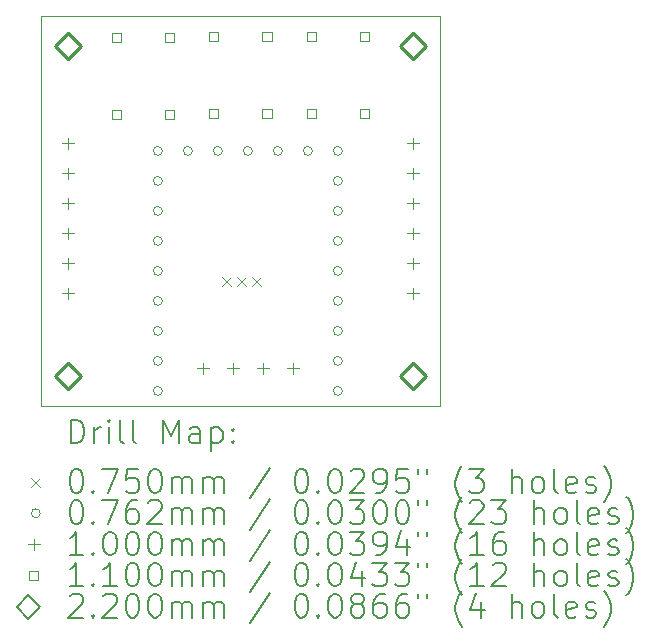
<source format=gbr>
%TF.GenerationSoftware,KiCad,Pcbnew,(6.0.7)*%
%TF.CreationDate,2022-09-06T06:54:47-05:00*%
%TF.ProjectId,OpenMuscle2,4f70656e-4d75-4736-936c-65322e6b6963,rev?*%
%TF.SameCoordinates,Original*%
%TF.FileFunction,Drillmap*%
%TF.FilePolarity,Positive*%
%FSLAX45Y45*%
G04 Gerber Fmt 4.5, Leading zero omitted, Abs format (unit mm)*
G04 Created by KiCad (PCBNEW (6.0.7)) date 2022-09-06 06:54:47*
%MOMM*%
%LPD*%
G01*
G04 APERTURE LIST*
%ADD10C,0.100000*%
%ADD11C,0.200000*%
%ADD12C,0.075000*%
%ADD13C,0.076200*%
%ADD14C,0.110000*%
%ADD15C,0.220000*%
G04 APERTURE END LIST*
D10*
X20675600Y-10541000D02*
X17297400Y-10541000D01*
X17297400Y-7239000D01*
X20675600Y-7239000D01*
X20675600Y-10541000D01*
D11*
D12*
X18834700Y-9447300D02*
X18909700Y-9522300D01*
X18909700Y-9447300D02*
X18834700Y-9522300D01*
X18961700Y-9447300D02*
X19036700Y-9522300D01*
X19036700Y-9447300D02*
X18961700Y-9522300D01*
X19088700Y-9447300D02*
X19163700Y-9522300D01*
X19163700Y-9447300D02*
X19088700Y-9522300D01*
D13*
X18326100Y-8382000D02*
G75*
G03*
X18326100Y-8382000I-38100J0D01*
G01*
X18326100Y-8636000D02*
G75*
G03*
X18326100Y-8636000I-38100J0D01*
G01*
X18326100Y-8890000D02*
G75*
G03*
X18326100Y-8890000I-38100J0D01*
G01*
X18326100Y-9144000D02*
G75*
G03*
X18326100Y-9144000I-38100J0D01*
G01*
X18326100Y-9398000D02*
G75*
G03*
X18326100Y-9398000I-38100J0D01*
G01*
X18326100Y-9652000D02*
G75*
G03*
X18326100Y-9652000I-38100J0D01*
G01*
X18326100Y-9906000D02*
G75*
G03*
X18326100Y-9906000I-38100J0D01*
G01*
X18326100Y-10160000D02*
G75*
G03*
X18326100Y-10160000I-38100J0D01*
G01*
X18326100Y-10414000D02*
G75*
G03*
X18326100Y-10414000I-38100J0D01*
G01*
X18580100Y-8382000D02*
G75*
G03*
X18580100Y-8382000I-38100J0D01*
G01*
X18834100Y-8382000D02*
G75*
G03*
X18834100Y-8382000I-38100J0D01*
G01*
X19088100Y-8382000D02*
G75*
G03*
X19088100Y-8382000I-38100J0D01*
G01*
X19342100Y-8382000D02*
G75*
G03*
X19342100Y-8382000I-38100J0D01*
G01*
X19596100Y-8382000D02*
G75*
G03*
X19596100Y-8382000I-38100J0D01*
G01*
X19850100Y-8382000D02*
G75*
G03*
X19850100Y-8382000I-38100J0D01*
G01*
X19850100Y-8636000D02*
G75*
G03*
X19850100Y-8636000I-38100J0D01*
G01*
X19850100Y-8890000D02*
G75*
G03*
X19850100Y-8890000I-38100J0D01*
G01*
X19850100Y-9144000D02*
G75*
G03*
X19850100Y-9144000I-38100J0D01*
G01*
X19850100Y-9398000D02*
G75*
G03*
X19850100Y-9398000I-38100J0D01*
G01*
X19850100Y-9652000D02*
G75*
G03*
X19850100Y-9652000I-38100J0D01*
G01*
X19850100Y-9906000D02*
G75*
G03*
X19850100Y-9906000I-38100J0D01*
G01*
X19850100Y-10160000D02*
G75*
G03*
X19850100Y-10160000I-38100J0D01*
G01*
X19850100Y-10414000D02*
G75*
G03*
X19850100Y-10414000I-38100J0D01*
G01*
D10*
X17526000Y-8268500D02*
X17526000Y-8368500D01*
X17476000Y-8318500D02*
X17576000Y-8318500D01*
X17526000Y-8522500D02*
X17526000Y-8622500D01*
X17476000Y-8572500D02*
X17576000Y-8572500D01*
X17526000Y-8776500D02*
X17526000Y-8876500D01*
X17476000Y-8826500D02*
X17576000Y-8826500D01*
X17526000Y-9030500D02*
X17526000Y-9130500D01*
X17476000Y-9080500D02*
X17576000Y-9080500D01*
X17526000Y-9284500D02*
X17526000Y-9384500D01*
X17476000Y-9334500D02*
X17576000Y-9334500D01*
X17526000Y-9538500D02*
X17526000Y-9638500D01*
X17476000Y-9588500D02*
X17576000Y-9588500D01*
X18669000Y-10173500D02*
X18669000Y-10273500D01*
X18619000Y-10223500D02*
X18719000Y-10223500D01*
X18923000Y-10173500D02*
X18923000Y-10273500D01*
X18873000Y-10223500D02*
X18973000Y-10223500D01*
X19177000Y-10173500D02*
X19177000Y-10273500D01*
X19127000Y-10223500D02*
X19227000Y-10223500D01*
X19431000Y-10173500D02*
X19431000Y-10273500D01*
X19381000Y-10223500D02*
X19481000Y-10223500D01*
X20447000Y-8268500D02*
X20447000Y-8368500D01*
X20397000Y-8318500D02*
X20497000Y-8318500D01*
X20447000Y-8522500D02*
X20447000Y-8622500D01*
X20397000Y-8572500D02*
X20497000Y-8572500D01*
X20447000Y-8776500D02*
X20447000Y-8876500D01*
X20397000Y-8826500D02*
X20497000Y-8826500D01*
X20447000Y-9030500D02*
X20447000Y-9130500D01*
X20397000Y-9080500D02*
X20497000Y-9080500D01*
X20447000Y-9284500D02*
X20447000Y-9384500D01*
X20397000Y-9334500D02*
X20497000Y-9334500D01*
X20447000Y-9538500D02*
X20447000Y-9638500D01*
X20397000Y-9588500D02*
X20497000Y-9588500D01*
D14*
X17974891Y-7460891D02*
X17974891Y-7383109D01*
X17897109Y-7383109D01*
X17897109Y-7460891D01*
X17974891Y-7460891D01*
X17974891Y-8110891D02*
X17974891Y-8033109D01*
X17897109Y-8033109D01*
X17897109Y-8110891D01*
X17974891Y-8110891D01*
X18424891Y-7460891D02*
X18424891Y-7383109D01*
X18347109Y-7383109D01*
X18347109Y-7460891D01*
X18424891Y-7460891D01*
X18424891Y-8110891D02*
X18424891Y-8033109D01*
X18347109Y-8033109D01*
X18347109Y-8110891D01*
X18424891Y-8110891D01*
X18800391Y-7453391D02*
X18800391Y-7375609D01*
X18722609Y-7375609D01*
X18722609Y-7453391D01*
X18800391Y-7453391D01*
X18800391Y-8103391D02*
X18800391Y-8025609D01*
X18722609Y-8025609D01*
X18722609Y-8103391D01*
X18800391Y-8103391D01*
X19250391Y-7453391D02*
X19250391Y-7375609D01*
X19172609Y-7375609D01*
X19172609Y-7453391D01*
X19250391Y-7453391D01*
X19250391Y-8103391D02*
X19250391Y-8025609D01*
X19172609Y-8025609D01*
X19172609Y-8103391D01*
X19250391Y-8103391D01*
X19625891Y-7453391D02*
X19625891Y-7375609D01*
X19548109Y-7375609D01*
X19548109Y-7453391D01*
X19625891Y-7453391D01*
X19625891Y-8103391D02*
X19625891Y-8025609D01*
X19548109Y-8025609D01*
X19548109Y-8103391D01*
X19625891Y-8103391D01*
X20075891Y-7453391D02*
X20075891Y-7375609D01*
X19998109Y-7375609D01*
X19998109Y-7453391D01*
X20075891Y-7453391D01*
X20075891Y-8103391D02*
X20075891Y-8025609D01*
X19998109Y-8025609D01*
X19998109Y-8103391D01*
X20075891Y-8103391D01*
D15*
X17526000Y-7603000D02*
X17636000Y-7493000D01*
X17526000Y-7383000D01*
X17416000Y-7493000D01*
X17526000Y-7603000D01*
X17526000Y-10397000D02*
X17636000Y-10287000D01*
X17526000Y-10177000D01*
X17416000Y-10287000D01*
X17526000Y-10397000D01*
X20447000Y-7603000D02*
X20557000Y-7493000D01*
X20447000Y-7383000D01*
X20337000Y-7493000D01*
X20447000Y-7603000D01*
X20447000Y-10397000D02*
X20557000Y-10287000D01*
X20447000Y-10177000D01*
X20337000Y-10287000D01*
X20447000Y-10397000D01*
D11*
X17550019Y-10856476D02*
X17550019Y-10656476D01*
X17597638Y-10656476D01*
X17626210Y-10666000D01*
X17645257Y-10685048D01*
X17654781Y-10704095D01*
X17664305Y-10742190D01*
X17664305Y-10770762D01*
X17654781Y-10808857D01*
X17645257Y-10827905D01*
X17626210Y-10846952D01*
X17597638Y-10856476D01*
X17550019Y-10856476D01*
X17750019Y-10856476D02*
X17750019Y-10723143D01*
X17750019Y-10761238D02*
X17759543Y-10742190D01*
X17769067Y-10732667D01*
X17788114Y-10723143D01*
X17807162Y-10723143D01*
X17873829Y-10856476D02*
X17873829Y-10723143D01*
X17873829Y-10656476D02*
X17864305Y-10666000D01*
X17873829Y-10675524D01*
X17883352Y-10666000D01*
X17873829Y-10656476D01*
X17873829Y-10675524D01*
X17997638Y-10856476D02*
X17978590Y-10846952D01*
X17969067Y-10827905D01*
X17969067Y-10656476D01*
X18102400Y-10856476D02*
X18083352Y-10846952D01*
X18073829Y-10827905D01*
X18073829Y-10656476D01*
X18330971Y-10856476D02*
X18330971Y-10656476D01*
X18397638Y-10799333D01*
X18464305Y-10656476D01*
X18464305Y-10856476D01*
X18645257Y-10856476D02*
X18645257Y-10751714D01*
X18635733Y-10732667D01*
X18616686Y-10723143D01*
X18578590Y-10723143D01*
X18559543Y-10732667D01*
X18645257Y-10846952D02*
X18626210Y-10856476D01*
X18578590Y-10856476D01*
X18559543Y-10846952D01*
X18550019Y-10827905D01*
X18550019Y-10808857D01*
X18559543Y-10789810D01*
X18578590Y-10780286D01*
X18626210Y-10780286D01*
X18645257Y-10770762D01*
X18740495Y-10723143D02*
X18740495Y-10923143D01*
X18740495Y-10732667D02*
X18759543Y-10723143D01*
X18797638Y-10723143D01*
X18816686Y-10732667D01*
X18826210Y-10742190D01*
X18835733Y-10761238D01*
X18835733Y-10818381D01*
X18826210Y-10837429D01*
X18816686Y-10846952D01*
X18797638Y-10856476D01*
X18759543Y-10856476D01*
X18740495Y-10846952D01*
X18921448Y-10837429D02*
X18930971Y-10846952D01*
X18921448Y-10856476D01*
X18911924Y-10846952D01*
X18921448Y-10837429D01*
X18921448Y-10856476D01*
X18921448Y-10732667D02*
X18930971Y-10742190D01*
X18921448Y-10751714D01*
X18911924Y-10742190D01*
X18921448Y-10732667D01*
X18921448Y-10751714D01*
D12*
X17217400Y-11148500D02*
X17292400Y-11223500D01*
X17292400Y-11148500D02*
X17217400Y-11223500D01*
D11*
X17588114Y-11076476D02*
X17607162Y-11076476D01*
X17626210Y-11086000D01*
X17635733Y-11095524D01*
X17645257Y-11114571D01*
X17654781Y-11152667D01*
X17654781Y-11200286D01*
X17645257Y-11238381D01*
X17635733Y-11257428D01*
X17626210Y-11266952D01*
X17607162Y-11276476D01*
X17588114Y-11276476D01*
X17569067Y-11266952D01*
X17559543Y-11257428D01*
X17550019Y-11238381D01*
X17540495Y-11200286D01*
X17540495Y-11152667D01*
X17550019Y-11114571D01*
X17559543Y-11095524D01*
X17569067Y-11086000D01*
X17588114Y-11076476D01*
X17740495Y-11257428D02*
X17750019Y-11266952D01*
X17740495Y-11276476D01*
X17730971Y-11266952D01*
X17740495Y-11257428D01*
X17740495Y-11276476D01*
X17816686Y-11076476D02*
X17950019Y-11076476D01*
X17864305Y-11276476D01*
X18121448Y-11076476D02*
X18026210Y-11076476D01*
X18016686Y-11171714D01*
X18026210Y-11162190D01*
X18045257Y-11152667D01*
X18092876Y-11152667D01*
X18111924Y-11162190D01*
X18121448Y-11171714D01*
X18130971Y-11190762D01*
X18130971Y-11238381D01*
X18121448Y-11257428D01*
X18111924Y-11266952D01*
X18092876Y-11276476D01*
X18045257Y-11276476D01*
X18026210Y-11266952D01*
X18016686Y-11257428D01*
X18254781Y-11076476D02*
X18273829Y-11076476D01*
X18292876Y-11086000D01*
X18302400Y-11095524D01*
X18311924Y-11114571D01*
X18321448Y-11152667D01*
X18321448Y-11200286D01*
X18311924Y-11238381D01*
X18302400Y-11257428D01*
X18292876Y-11266952D01*
X18273829Y-11276476D01*
X18254781Y-11276476D01*
X18235733Y-11266952D01*
X18226210Y-11257428D01*
X18216686Y-11238381D01*
X18207162Y-11200286D01*
X18207162Y-11152667D01*
X18216686Y-11114571D01*
X18226210Y-11095524D01*
X18235733Y-11086000D01*
X18254781Y-11076476D01*
X18407162Y-11276476D02*
X18407162Y-11143143D01*
X18407162Y-11162190D02*
X18416686Y-11152667D01*
X18435733Y-11143143D01*
X18464305Y-11143143D01*
X18483352Y-11152667D01*
X18492876Y-11171714D01*
X18492876Y-11276476D01*
X18492876Y-11171714D02*
X18502400Y-11152667D01*
X18521448Y-11143143D01*
X18550019Y-11143143D01*
X18569067Y-11152667D01*
X18578590Y-11171714D01*
X18578590Y-11276476D01*
X18673829Y-11276476D02*
X18673829Y-11143143D01*
X18673829Y-11162190D02*
X18683352Y-11152667D01*
X18702400Y-11143143D01*
X18730971Y-11143143D01*
X18750019Y-11152667D01*
X18759543Y-11171714D01*
X18759543Y-11276476D01*
X18759543Y-11171714D02*
X18769067Y-11152667D01*
X18788114Y-11143143D01*
X18816686Y-11143143D01*
X18835733Y-11152667D01*
X18845257Y-11171714D01*
X18845257Y-11276476D01*
X19235733Y-11066952D02*
X19064305Y-11324095D01*
X19492876Y-11076476D02*
X19511924Y-11076476D01*
X19530971Y-11086000D01*
X19540495Y-11095524D01*
X19550019Y-11114571D01*
X19559543Y-11152667D01*
X19559543Y-11200286D01*
X19550019Y-11238381D01*
X19540495Y-11257428D01*
X19530971Y-11266952D01*
X19511924Y-11276476D01*
X19492876Y-11276476D01*
X19473829Y-11266952D01*
X19464305Y-11257428D01*
X19454781Y-11238381D01*
X19445257Y-11200286D01*
X19445257Y-11152667D01*
X19454781Y-11114571D01*
X19464305Y-11095524D01*
X19473829Y-11086000D01*
X19492876Y-11076476D01*
X19645257Y-11257428D02*
X19654781Y-11266952D01*
X19645257Y-11276476D01*
X19635733Y-11266952D01*
X19645257Y-11257428D01*
X19645257Y-11276476D01*
X19778590Y-11076476D02*
X19797638Y-11076476D01*
X19816686Y-11086000D01*
X19826210Y-11095524D01*
X19835733Y-11114571D01*
X19845257Y-11152667D01*
X19845257Y-11200286D01*
X19835733Y-11238381D01*
X19826210Y-11257428D01*
X19816686Y-11266952D01*
X19797638Y-11276476D01*
X19778590Y-11276476D01*
X19759543Y-11266952D01*
X19750019Y-11257428D01*
X19740495Y-11238381D01*
X19730971Y-11200286D01*
X19730971Y-11152667D01*
X19740495Y-11114571D01*
X19750019Y-11095524D01*
X19759543Y-11086000D01*
X19778590Y-11076476D01*
X19921448Y-11095524D02*
X19930971Y-11086000D01*
X19950019Y-11076476D01*
X19997638Y-11076476D01*
X20016686Y-11086000D01*
X20026210Y-11095524D01*
X20035733Y-11114571D01*
X20035733Y-11133619D01*
X20026210Y-11162190D01*
X19911924Y-11276476D01*
X20035733Y-11276476D01*
X20130971Y-11276476D02*
X20169067Y-11276476D01*
X20188114Y-11266952D01*
X20197638Y-11257428D01*
X20216686Y-11228857D01*
X20226210Y-11190762D01*
X20226210Y-11114571D01*
X20216686Y-11095524D01*
X20207162Y-11086000D01*
X20188114Y-11076476D01*
X20150019Y-11076476D01*
X20130971Y-11086000D01*
X20121448Y-11095524D01*
X20111924Y-11114571D01*
X20111924Y-11162190D01*
X20121448Y-11181238D01*
X20130971Y-11190762D01*
X20150019Y-11200286D01*
X20188114Y-11200286D01*
X20207162Y-11190762D01*
X20216686Y-11181238D01*
X20226210Y-11162190D01*
X20407162Y-11076476D02*
X20311924Y-11076476D01*
X20302400Y-11171714D01*
X20311924Y-11162190D01*
X20330971Y-11152667D01*
X20378590Y-11152667D01*
X20397638Y-11162190D01*
X20407162Y-11171714D01*
X20416686Y-11190762D01*
X20416686Y-11238381D01*
X20407162Y-11257428D01*
X20397638Y-11266952D01*
X20378590Y-11276476D01*
X20330971Y-11276476D01*
X20311924Y-11266952D01*
X20302400Y-11257428D01*
X20492876Y-11076476D02*
X20492876Y-11114571D01*
X20569067Y-11076476D02*
X20569067Y-11114571D01*
X20864305Y-11352667D02*
X20854781Y-11343143D01*
X20835733Y-11314571D01*
X20826210Y-11295524D01*
X20816686Y-11266952D01*
X20807162Y-11219333D01*
X20807162Y-11181238D01*
X20816686Y-11133619D01*
X20826210Y-11105048D01*
X20835733Y-11086000D01*
X20854781Y-11057429D01*
X20864305Y-11047905D01*
X20921448Y-11076476D02*
X21045257Y-11076476D01*
X20978590Y-11152667D01*
X21007162Y-11152667D01*
X21026210Y-11162190D01*
X21035733Y-11171714D01*
X21045257Y-11190762D01*
X21045257Y-11238381D01*
X21035733Y-11257428D01*
X21026210Y-11266952D01*
X21007162Y-11276476D01*
X20950019Y-11276476D01*
X20930971Y-11266952D01*
X20921448Y-11257428D01*
X21283352Y-11276476D02*
X21283352Y-11076476D01*
X21369067Y-11276476D02*
X21369067Y-11171714D01*
X21359543Y-11152667D01*
X21340495Y-11143143D01*
X21311924Y-11143143D01*
X21292876Y-11152667D01*
X21283352Y-11162190D01*
X21492876Y-11276476D02*
X21473829Y-11266952D01*
X21464305Y-11257428D01*
X21454781Y-11238381D01*
X21454781Y-11181238D01*
X21464305Y-11162190D01*
X21473829Y-11152667D01*
X21492876Y-11143143D01*
X21521448Y-11143143D01*
X21540495Y-11152667D01*
X21550019Y-11162190D01*
X21559543Y-11181238D01*
X21559543Y-11238381D01*
X21550019Y-11257428D01*
X21540495Y-11266952D01*
X21521448Y-11276476D01*
X21492876Y-11276476D01*
X21673829Y-11276476D02*
X21654781Y-11266952D01*
X21645257Y-11247905D01*
X21645257Y-11076476D01*
X21826210Y-11266952D02*
X21807162Y-11276476D01*
X21769067Y-11276476D01*
X21750019Y-11266952D01*
X21740495Y-11247905D01*
X21740495Y-11171714D01*
X21750019Y-11152667D01*
X21769067Y-11143143D01*
X21807162Y-11143143D01*
X21826210Y-11152667D01*
X21835733Y-11171714D01*
X21835733Y-11190762D01*
X21740495Y-11209809D01*
X21911924Y-11266952D02*
X21930971Y-11276476D01*
X21969067Y-11276476D01*
X21988114Y-11266952D01*
X21997638Y-11247905D01*
X21997638Y-11238381D01*
X21988114Y-11219333D01*
X21969067Y-11209809D01*
X21940495Y-11209809D01*
X21921448Y-11200286D01*
X21911924Y-11181238D01*
X21911924Y-11171714D01*
X21921448Y-11152667D01*
X21940495Y-11143143D01*
X21969067Y-11143143D01*
X21988114Y-11152667D01*
X22064305Y-11352667D02*
X22073829Y-11343143D01*
X22092876Y-11314571D01*
X22102400Y-11295524D01*
X22111924Y-11266952D01*
X22121448Y-11219333D01*
X22121448Y-11181238D01*
X22111924Y-11133619D01*
X22102400Y-11105048D01*
X22092876Y-11086000D01*
X22073829Y-11057429D01*
X22064305Y-11047905D01*
D13*
X17292400Y-11450000D02*
G75*
G03*
X17292400Y-11450000I-38100J0D01*
G01*
D11*
X17588114Y-11340476D02*
X17607162Y-11340476D01*
X17626210Y-11350000D01*
X17635733Y-11359524D01*
X17645257Y-11378571D01*
X17654781Y-11416667D01*
X17654781Y-11464286D01*
X17645257Y-11502381D01*
X17635733Y-11521428D01*
X17626210Y-11530952D01*
X17607162Y-11540476D01*
X17588114Y-11540476D01*
X17569067Y-11530952D01*
X17559543Y-11521428D01*
X17550019Y-11502381D01*
X17540495Y-11464286D01*
X17540495Y-11416667D01*
X17550019Y-11378571D01*
X17559543Y-11359524D01*
X17569067Y-11350000D01*
X17588114Y-11340476D01*
X17740495Y-11521428D02*
X17750019Y-11530952D01*
X17740495Y-11540476D01*
X17730971Y-11530952D01*
X17740495Y-11521428D01*
X17740495Y-11540476D01*
X17816686Y-11340476D02*
X17950019Y-11340476D01*
X17864305Y-11540476D01*
X18111924Y-11340476D02*
X18073829Y-11340476D01*
X18054781Y-11350000D01*
X18045257Y-11359524D01*
X18026210Y-11388095D01*
X18016686Y-11426190D01*
X18016686Y-11502381D01*
X18026210Y-11521428D01*
X18035733Y-11530952D01*
X18054781Y-11540476D01*
X18092876Y-11540476D01*
X18111924Y-11530952D01*
X18121448Y-11521428D01*
X18130971Y-11502381D01*
X18130971Y-11454762D01*
X18121448Y-11435714D01*
X18111924Y-11426190D01*
X18092876Y-11416667D01*
X18054781Y-11416667D01*
X18035733Y-11426190D01*
X18026210Y-11435714D01*
X18016686Y-11454762D01*
X18207162Y-11359524D02*
X18216686Y-11350000D01*
X18235733Y-11340476D01*
X18283352Y-11340476D01*
X18302400Y-11350000D01*
X18311924Y-11359524D01*
X18321448Y-11378571D01*
X18321448Y-11397619D01*
X18311924Y-11426190D01*
X18197638Y-11540476D01*
X18321448Y-11540476D01*
X18407162Y-11540476D02*
X18407162Y-11407143D01*
X18407162Y-11426190D02*
X18416686Y-11416667D01*
X18435733Y-11407143D01*
X18464305Y-11407143D01*
X18483352Y-11416667D01*
X18492876Y-11435714D01*
X18492876Y-11540476D01*
X18492876Y-11435714D02*
X18502400Y-11416667D01*
X18521448Y-11407143D01*
X18550019Y-11407143D01*
X18569067Y-11416667D01*
X18578590Y-11435714D01*
X18578590Y-11540476D01*
X18673829Y-11540476D02*
X18673829Y-11407143D01*
X18673829Y-11426190D02*
X18683352Y-11416667D01*
X18702400Y-11407143D01*
X18730971Y-11407143D01*
X18750019Y-11416667D01*
X18759543Y-11435714D01*
X18759543Y-11540476D01*
X18759543Y-11435714D02*
X18769067Y-11416667D01*
X18788114Y-11407143D01*
X18816686Y-11407143D01*
X18835733Y-11416667D01*
X18845257Y-11435714D01*
X18845257Y-11540476D01*
X19235733Y-11330952D02*
X19064305Y-11588095D01*
X19492876Y-11340476D02*
X19511924Y-11340476D01*
X19530971Y-11350000D01*
X19540495Y-11359524D01*
X19550019Y-11378571D01*
X19559543Y-11416667D01*
X19559543Y-11464286D01*
X19550019Y-11502381D01*
X19540495Y-11521428D01*
X19530971Y-11530952D01*
X19511924Y-11540476D01*
X19492876Y-11540476D01*
X19473829Y-11530952D01*
X19464305Y-11521428D01*
X19454781Y-11502381D01*
X19445257Y-11464286D01*
X19445257Y-11416667D01*
X19454781Y-11378571D01*
X19464305Y-11359524D01*
X19473829Y-11350000D01*
X19492876Y-11340476D01*
X19645257Y-11521428D02*
X19654781Y-11530952D01*
X19645257Y-11540476D01*
X19635733Y-11530952D01*
X19645257Y-11521428D01*
X19645257Y-11540476D01*
X19778590Y-11340476D02*
X19797638Y-11340476D01*
X19816686Y-11350000D01*
X19826210Y-11359524D01*
X19835733Y-11378571D01*
X19845257Y-11416667D01*
X19845257Y-11464286D01*
X19835733Y-11502381D01*
X19826210Y-11521428D01*
X19816686Y-11530952D01*
X19797638Y-11540476D01*
X19778590Y-11540476D01*
X19759543Y-11530952D01*
X19750019Y-11521428D01*
X19740495Y-11502381D01*
X19730971Y-11464286D01*
X19730971Y-11416667D01*
X19740495Y-11378571D01*
X19750019Y-11359524D01*
X19759543Y-11350000D01*
X19778590Y-11340476D01*
X19911924Y-11340476D02*
X20035733Y-11340476D01*
X19969067Y-11416667D01*
X19997638Y-11416667D01*
X20016686Y-11426190D01*
X20026210Y-11435714D01*
X20035733Y-11454762D01*
X20035733Y-11502381D01*
X20026210Y-11521428D01*
X20016686Y-11530952D01*
X19997638Y-11540476D01*
X19940495Y-11540476D01*
X19921448Y-11530952D01*
X19911924Y-11521428D01*
X20159543Y-11340476D02*
X20178590Y-11340476D01*
X20197638Y-11350000D01*
X20207162Y-11359524D01*
X20216686Y-11378571D01*
X20226210Y-11416667D01*
X20226210Y-11464286D01*
X20216686Y-11502381D01*
X20207162Y-11521428D01*
X20197638Y-11530952D01*
X20178590Y-11540476D01*
X20159543Y-11540476D01*
X20140495Y-11530952D01*
X20130971Y-11521428D01*
X20121448Y-11502381D01*
X20111924Y-11464286D01*
X20111924Y-11416667D01*
X20121448Y-11378571D01*
X20130971Y-11359524D01*
X20140495Y-11350000D01*
X20159543Y-11340476D01*
X20350019Y-11340476D02*
X20369067Y-11340476D01*
X20388114Y-11350000D01*
X20397638Y-11359524D01*
X20407162Y-11378571D01*
X20416686Y-11416667D01*
X20416686Y-11464286D01*
X20407162Y-11502381D01*
X20397638Y-11521428D01*
X20388114Y-11530952D01*
X20369067Y-11540476D01*
X20350019Y-11540476D01*
X20330971Y-11530952D01*
X20321448Y-11521428D01*
X20311924Y-11502381D01*
X20302400Y-11464286D01*
X20302400Y-11416667D01*
X20311924Y-11378571D01*
X20321448Y-11359524D01*
X20330971Y-11350000D01*
X20350019Y-11340476D01*
X20492876Y-11340476D02*
X20492876Y-11378571D01*
X20569067Y-11340476D02*
X20569067Y-11378571D01*
X20864305Y-11616667D02*
X20854781Y-11607143D01*
X20835733Y-11578571D01*
X20826210Y-11559524D01*
X20816686Y-11530952D01*
X20807162Y-11483333D01*
X20807162Y-11445238D01*
X20816686Y-11397619D01*
X20826210Y-11369048D01*
X20835733Y-11350000D01*
X20854781Y-11321428D01*
X20864305Y-11311905D01*
X20930971Y-11359524D02*
X20940495Y-11350000D01*
X20959543Y-11340476D01*
X21007162Y-11340476D01*
X21026210Y-11350000D01*
X21035733Y-11359524D01*
X21045257Y-11378571D01*
X21045257Y-11397619D01*
X21035733Y-11426190D01*
X20921448Y-11540476D01*
X21045257Y-11540476D01*
X21111924Y-11340476D02*
X21235733Y-11340476D01*
X21169067Y-11416667D01*
X21197638Y-11416667D01*
X21216686Y-11426190D01*
X21226210Y-11435714D01*
X21235733Y-11454762D01*
X21235733Y-11502381D01*
X21226210Y-11521428D01*
X21216686Y-11530952D01*
X21197638Y-11540476D01*
X21140495Y-11540476D01*
X21121448Y-11530952D01*
X21111924Y-11521428D01*
X21473829Y-11540476D02*
X21473829Y-11340476D01*
X21559543Y-11540476D02*
X21559543Y-11435714D01*
X21550019Y-11416667D01*
X21530971Y-11407143D01*
X21502400Y-11407143D01*
X21483352Y-11416667D01*
X21473829Y-11426190D01*
X21683352Y-11540476D02*
X21664305Y-11530952D01*
X21654781Y-11521428D01*
X21645257Y-11502381D01*
X21645257Y-11445238D01*
X21654781Y-11426190D01*
X21664305Y-11416667D01*
X21683352Y-11407143D01*
X21711924Y-11407143D01*
X21730971Y-11416667D01*
X21740495Y-11426190D01*
X21750019Y-11445238D01*
X21750019Y-11502381D01*
X21740495Y-11521428D01*
X21730971Y-11530952D01*
X21711924Y-11540476D01*
X21683352Y-11540476D01*
X21864305Y-11540476D02*
X21845257Y-11530952D01*
X21835733Y-11511905D01*
X21835733Y-11340476D01*
X22016686Y-11530952D02*
X21997638Y-11540476D01*
X21959543Y-11540476D01*
X21940495Y-11530952D01*
X21930971Y-11511905D01*
X21930971Y-11435714D01*
X21940495Y-11416667D01*
X21959543Y-11407143D01*
X21997638Y-11407143D01*
X22016686Y-11416667D01*
X22026210Y-11435714D01*
X22026210Y-11454762D01*
X21930971Y-11473809D01*
X22102400Y-11530952D02*
X22121448Y-11540476D01*
X22159543Y-11540476D01*
X22178590Y-11530952D01*
X22188114Y-11511905D01*
X22188114Y-11502381D01*
X22178590Y-11483333D01*
X22159543Y-11473809D01*
X22130971Y-11473809D01*
X22111924Y-11464286D01*
X22102400Y-11445238D01*
X22102400Y-11435714D01*
X22111924Y-11416667D01*
X22130971Y-11407143D01*
X22159543Y-11407143D01*
X22178590Y-11416667D01*
X22254781Y-11616667D02*
X22264305Y-11607143D01*
X22283352Y-11578571D01*
X22292876Y-11559524D01*
X22302400Y-11530952D01*
X22311924Y-11483333D01*
X22311924Y-11445238D01*
X22302400Y-11397619D01*
X22292876Y-11369048D01*
X22283352Y-11350000D01*
X22264305Y-11321428D01*
X22254781Y-11311905D01*
D10*
X17242400Y-11664000D02*
X17242400Y-11764000D01*
X17192400Y-11714000D02*
X17292400Y-11714000D01*
D11*
X17654781Y-11804476D02*
X17540495Y-11804476D01*
X17597638Y-11804476D02*
X17597638Y-11604476D01*
X17578590Y-11633048D01*
X17559543Y-11652095D01*
X17540495Y-11661619D01*
X17740495Y-11785428D02*
X17750019Y-11794952D01*
X17740495Y-11804476D01*
X17730971Y-11794952D01*
X17740495Y-11785428D01*
X17740495Y-11804476D01*
X17873829Y-11604476D02*
X17892876Y-11604476D01*
X17911924Y-11614000D01*
X17921448Y-11623524D01*
X17930971Y-11642571D01*
X17940495Y-11680667D01*
X17940495Y-11728286D01*
X17930971Y-11766381D01*
X17921448Y-11785428D01*
X17911924Y-11794952D01*
X17892876Y-11804476D01*
X17873829Y-11804476D01*
X17854781Y-11794952D01*
X17845257Y-11785428D01*
X17835733Y-11766381D01*
X17826210Y-11728286D01*
X17826210Y-11680667D01*
X17835733Y-11642571D01*
X17845257Y-11623524D01*
X17854781Y-11614000D01*
X17873829Y-11604476D01*
X18064305Y-11604476D02*
X18083352Y-11604476D01*
X18102400Y-11614000D01*
X18111924Y-11623524D01*
X18121448Y-11642571D01*
X18130971Y-11680667D01*
X18130971Y-11728286D01*
X18121448Y-11766381D01*
X18111924Y-11785428D01*
X18102400Y-11794952D01*
X18083352Y-11804476D01*
X18064305Y-11804476D01*
X18045257Y-11794952D01*
X18035733Y-11785428D01*
X18026210Y-11766381D01*
X18016686Y-11728286D01*
X18016686Y-11680667D01*
X18026210Y-11642571D01*
X18035733Y-11623524D01*
X18045257Y-11614000D01*
X18064305Y-11604476D01*
X18254781Y-11604476D02*
X18273829Y-11604476D01*
X18292876Y-11614000D01*
X18302400Y-11623524D01*
X18311924Y-11642571D01*
X18321448Y-11680667D01*
X18321448Y-11728286D01*
X18311924Y-11766381D01*
X18302400Y-11785428D01*
X18292876Y-11794952D01*
X18273829Y-11804476D01*
X18254781Y-11804476D01*
X18235733Y-11794952D01*
X18226210Y-11785428D01*
X18216686Y-11766381D01*
X18207162Y-11728286D01*
X18207162Y-11680667D01*
X18216686Y-11642571D01*
X18226210Y-11623524D01*
X18235733Y-11614000D01*
X18254781Y-11604476D01*
X18407162Y-11804476D02*
X18407162Y-11671143D01*
X18407162Y-11690190D02*
X18416686Y-11680667D01*
X18435733Y-11671143D01*
X18464305Y-11671143D01*
X18483352Y-11680667D01*
X18492876Y-11699714D01*
X18492876Y-11804476D01*
X18492876Y-11699714D02*
X18502400Y-11680667D01*
X18521448Y-11671143D01*
X18550019Y-11671143D01*
X18569067Y-11680667D01*
X18578590Y-11699714D01*
X18578590Y-11804476D01*
X18673829Y-11804476D02*
X18673829Y-11671143D01*
X18673829Y-11690190D02*
X18683352Y-11680667D01*
X18702400Y-11671143D01*
X18730971Y-11671143D01*
X18750019Y-11680667D01*
X18759543Y-11699714D01*
X18759543Y-11804476D01*
X18759543Y-11699714D02*
X18769067Y-11680667D01*
X18788114Y-11671143D01*
X18816686Y-11671143D01*
X18835733Y-11680667D01*
X18845257Y-11699714D01*
X18845257Y-11804476D01*
X19235733Y-11594952D02*
X19064305Y-11852095D01*
X19492876Y-11604476D02*
X19511924Y-11604476D01*
X19530971Y-11614000D01*
X19540495Y-11623524D01*
X19550019Y-11642571D01*
X19559543Y-11680667D01*
X19559543Y-11728286D01*
X19550019Y-11766381D01*
X19540495Y-11785428D01*
X19530971Y-11794952D01*
X19511924Y-11804476D01*
X19492876Y-11804476D01*
X19473829Y-11794952D01*
X19464305Y-11785428D01*
X19454781Y-11766381D01*
X19445257Y-11728286D01*
X19445257Y-11680667D01*
X19454781Y-11642571D01*
X19464305Y-11623524D01*
X19473829Y-11614000D01*
X19492876Y-11604476D01*
X19645257Y-11785428D02*
X19654781Y-11794952D01*
X19645257Y-11804476D01*
X19635733Y-11794952D01*
X19645257Y-11785428D01*
X19645257Y-11804476D01*
X19778590Y-11604476D02*
X19797638Y-11604476D01*
X19816686Y-11614000D01*
X19826210Y-11623524D01*
X19835733Y-11642571D01*
X19845257Y-11680667D01*
X19845257Y-11728286D01*
X19835733Y-11766381D01*
X19826210Y-11785428D01*
X19816686Y-11794952D01*
X19797638Y-11804476D01*
X19778590Y-11804476D01*
X19759543Y-11794952D01*
X19750019Y-11785428D01*
X19740495Y-11766381D01*
X19730971Y-11728286D01*
X19730971Y-11680667D01*
X19740495Y-11642571D01*
X19750019Y-11623524D01*
X19759543Y-11614000D01*
X19778590Y-11604476D01*
X19911924Y-11604476D02*
X20035733Y-11604476D01*
X19969067Y-11680667D01*
X19997638Y-11680667D01*
X20016686Y-11690190D01*
X20026210Y-11699714D01*
X20035733Y-11718762D01*
X20035733Y-11766381D01*
X20026210Y-11785428D01*
X20016686Y-11794952D01*
X19997638Y-11804476D01*
X19940495Y-11804476D01*
X19921448Y-11794952D01*
X19911924Y-11785428D01*
X20130971Y-11804476D02*
X20169067Y-11804476D01*
X20188114Y-11794952D01*
X20197638Y-11785428D01*
X20216686Y-11756857D01*
X20226210Y-11718762D01*
X20226210Y-11642571D01*
X20216686Y-11623524D01*
X20207162Y-11614000D01*
X20188114Y-11604476D01*
X20150019Y-11604476D01*
X20130971Y-11614000D01*
X20121448Y-11623524D01*
X20111924Y-11642571D01*
X20111924Y-11690190D01*
X20121448Y-11709238D01*
X20130971Y-11718762D01*
X20150019Y-11728286D01*
X20188114Y-11728286D01*
X20207162Y-11718762D01*
X20216686Y-11709238D01*
X20226210Y-11690190D01*
X20397638Y-11671143D02*
X20397638Y-11804476D01*
X20350019Y-11594952D02*
X20302400Y-11737809D01*
X20426210Y-11737809D01*
X20492876Y-11604476D02*
X20492876Y-11642571D01*
X20569067Y-11604476D02*
X20569067Y-11642571D01*
X20864305Y-11880667D02*
X20854781Y-11871143D01*
X20835733Y-11842571D01*
X20826210Y-11823524D01*
X20816686Y-11794952D01*
X20807162Y-11747333D01*
X20807162Y-11709238D01*
X20816686Y-11661619D01*
X20826210Y-11633048D01*
X20835733Y-11614000D01*
X20854781Y-11585428D01*
X20864305Y-11575905D01*
X21045257Y-11804476D02*
X20930971Y-11804476D01*
X20988114Y-11804476D02*
X20988114Y-11604476D01*
X20969067Y-11633048D01*
X20950019Y-11652095D01*
X20930971Y-11661619D01*
X21216686Y-11604476D02*
X21178590Y-11604476D01*
X21159543Y-11614000D01*
X21150019Y-11623524D01*
X21130971Y-11652095D01*
X21121448Y-11690190D01*
X21121448Y-11766381D01*
X21130971Y-11785428D01*
X21140495Y-11794952D01*
X21159543Y-11804476D01*
X21197638Y-11804476D01*
X21216686Y-11794952D01*
X21226210Y-11785428D01*
X21235733Y-11766381D01*
X21235733Y-11718762D01*
X21226210Y-11699714D01*
X21216686Y-11690190D01*
X21197638Y-11680667D01*
X21159543Y-11680667D01*
X21140495Y-11690190D01*
X21130971Y-11699714D01*
X21121448Y-11718762D01*
X21473829Y-11804476D02*
X21473829Y-11604476D01*
X21559543Y-11804476D02*
X21559543Y-11699714D01*
X21550019Y-11680667D01*
X21530971Y-11671143D01*
X21502400Y-11671143D01*
X21483352Y-11680667D01*
X21473829Y-11690190D01*
X21683352Y-11804476D02*
X21664305Y-11794952D01*
X21654781Y-11785428D01*
X21645257Y-11766381D01*
X21645257Y-11709238D01*
X21654781Y-11690190D01*
X21664305Y-11680667D01*
X21683352Y-11671143D01*
X21711924Y-11671143D01*
X21730971Y-11680667D01*
X21740495Y-11690190D01*
X21750019Y-11709238D01*
X21750019Y-11766381D01*
X21740495Y-11785428D01*
X21730971Y-11794952D01*
X21711924Y-11804476D01*
X21683352Y-11804476D01*
X21864305Y-11804476D02*
X21845257Y-11794952D01*
X21835733Y-11775905D01*
X21835733Y-11604476D01*
X22016686Y-11794952D02*
X21997638Y-11804476D01*
X21959543Y-11804476D01*
X21940495Y-11794952D01*
X21930971Y-11775905D01*
X21930971Y-11699714D01*
X21940495Y-11680667D01*
X21959543Y-11671143D01*
X21997638Y-11671143D01*
X22016686Y-11680667D01*
X22026210Y-11699714D01*
X22026210Y-11718762D01*
X21930971Y-11737809D01*
X22102400Y-11794952D02*
X22121448Y-11804476D01*
X22159543Y-11804476D01*
X22178590Y-11794952D01*
X22188114Y-11775905D01*
X22188114Y-11766381D01*
X22178590Y-11747333D01*
X22159543Y-11737809D01*
X22130971Y-11737809D01*
X22111924Y-11728286D01*
X22102400Y-11709238D01*
X22102400Y-11699714D01*
X22111924Y-11680667D01*
X22130971Y-11671143D01*
X22159543Y-11671143D01*
X22178590Y-11680667D01*
X22254781Y-11880667D02*
X22264305Y-11871143D01*
X22283352Y-11842571D01*
X22292876Y-11823524D01*
X22302400Y-11794952D01*
X22311924Y-11747333D01*
X22311924Y-11709238D01*
X22302400Y-11661619D01*
X22292876Y-11633048D01*
X22283352Y-11614000D01*
X22264305Y-11585428D01*
X22254781Y-11575905D01*
D14*
X17276291Y-12016891D02*
X17276291Y-11939109D01*
X17198509Y-11939109D01*
X17198509Y-12016891D01*
X17276291Y-12016891D01*
D11*
X17654781Y-12068476D02*
X17540495Y-12068476D01*
X17597638Y-12068476D02*
X17597638Y-11868476D01*
X17578590Y-11897048D01*
X17559543Y-11916095D01*
X17540495Y-11925619D01*
X17740495Y-12049428D02*
X17750019Y-12058952D01*
X17740495Y-12068476D01*
X17730971Y-12058952D01*
X17740495Y-12049428D01*
X17740495Y-12068476D01*
X17940495Y-12068476D02*
X17826210Y-12068476D01*
X17883352Y-12068476D02*
X17883352Y-11868476D01*
X17864305Y-11897048D01*
X17845257Y-11916095D01*
X17826210Y-11925619D01*
X18064305Y-11868476D02*
X18083352Y-11868476D01*
X18102400Y-11878000D01*
X18111924Y-11887524D01*
X18121448Y-11906571D01*
X18130971Y-11944667D01*
X18130971Y-11992286D01*
X18121448Y-12030381D01*
X18111924Y-12049428D01*
X18102400Y-12058952D01*
X18083352Y-12068476D01*
X18064305Y-12068476D01*
X18045257Y-12058952D01*
X18035733Y-12049428D01*
X18026210Y-12030381D01*
X18016686Y-11992286D01*
X18016686Y-11944667D01*
X18026210Y-11906571D01*
X18035733Y-11887524D01*
X18045257Y-11878000D01*
X18064305Y-11868476D01*
X18254781Y-11868476D02*
X18273829Y-11868476D01*
X18292876Y-11878000D01*
X18302400Y-11887524D01*
X18311924Y-11906571D01*
X18321448Y-11944667D01*
X18321448Y-11992286D01*
X18311924Y-12030381D01*
X18302400Y-12049428D01*
X18292876Y-12058952D01*
X18273829Y-12068476D01*
X18254781Y-12068476D01*
X18235733Y-12058952D01*
X18226210Y-12049428D01*
X18216686Y-12030381D01*
X18207162Y-11992286D01*
X18207162Y-11944667D01*
X18216686Y-11906571D01*
X18226210Y-11887524D01*
X18235733Y-11878000D01*
X18254781Y-11868476D01*
X18407162Y-12068476D02*
X18407162Y-11935143D01*
X18407162Y-11954190D02*
X18416686Y-11944667D01*
X18435733Y-11935143D01*
X18464305Y-11935143D01*
X18483352Y-11944667D01*
X18492876Y-11963714D01*
X18492876Y-12068476D01*
X18492876Y-11963714D02*
X18502400Y-11944667D01*
X18521448Y-11935143D01*
X18550019Y-11935143D01*
X18569067Y-11944667D01*
X18578590Y-11963714D01*
X18578590Y-12068476D01*
X18673829Y-12068476D02*
X18673829Y-11935143D01*
X18673829Y-11954190D02*
X18683352Y-11944667D01*
X18702400Y-11935143D01*
X18730971Y-11935143D01*
X18750019Y-11944667D01*
X18759543Y-11963714D01*
X18759543Y-12068476D01*
X18759543Y-11963714D02*
X18769067Y-11944667D01*
X18788114Y-11935143D01*
X18816686Y-11935143D01*
X18835733Y-11944667D01*
X18845257Y-11963714D01*
X18845257Y-12068476D01*
X19235733Y-11858952D02*
X19064305Y-12116095D01*
X19492876Y-11868476D02*
X19511924Y-11868476D01*
X19530971Y-11878000D01*
X19540495Y-11887524D01*
X19550019Y-11906571D01*
X19559543Y-11944667D01*
X19559543Y-11992286D01*
X19550019Y-12030381D01*
X19540495Y-12049428D01*
X19530971Y-12058952D01*
X19511924Y-12068476D01*
X19492876Y-12068476D01*
X19473829Y-12058952D01*
X19464305Y-12049428D01*
X19454781Y-12030381D01*
X19445257Y-11992286D01*
X19445257Y-11944667D01*
X19454781Y-11906571D01*
X19464305Y-11887524D01*
X19473829Y-11878000D01*
X19492876Y-11868476D01*
X19645257Y-12049428D02*
X19654781Y-12058952D01*
X19645257Y-12068476D01*
X19635733Y-12058952D01*
X19645257Y-12049428D01*
X19645257Y-12068476D01*
X19778590Y-11868476D02*
X19797638Y-11868476D01*
X19816686Y-11878000D01*
X19826210Y-11887524D01*
X19835733Y-11906571D01*
X19845257Y-11944667D01*
X19845257Y-11992286D01*
X19835733Y-12030381D01*
X19826210Y-12049428D01*
X19816686Y-12058952D01*
X19797638Y-12068476D01*
X19778590Y-12068476D01*
X19759543Y-12058952D01*
X19750019Y-12049428D01*
X19740495Y-12030381D01*
X19730971Y-11992286D01*
X19730971Y-11944667D01*
X19740495Y-11906571D01*
X19750019Y-11887524D01*
X19759543Y-11878000D01*
X19778590Y-11868476D01*
X20016686Y-11935143D02*
X20016686Y-12068476D01*
X19969067Y-11858952D02*
X19921448Y-12001809D01*
X20045257Y-12001809D01*
X20102400Y-11868476D02*
X20226210Y-11868476D01*
X20159543Y-11944667D01*
X20188114Y-11944667D01*
X20207162Y-11954190D01*
X20216686Y-11963714D01*
X20226210Y-11982762D01*
X20226210Y-12030381D01*
X20216686Y-12049428D01*
X20207162Y-12058952D01*
X20188114Y-12068476D01*
X20130971Y-12068476D01*
X20111924Y-12058952D01*
X20102400Y-12049428D01*
X20292876Y-11868476D02*
X20416686Y-11868476D01*
X20350019Y-11944667D01*
X20378590Y-11944667D01*
X20397638Y-11954190D01*
X20407162Y-11963714D01*
X20416686Y-11982762D01*
X20416686Y-12030381D01*
X20407162Y-12049428D01*
X20397638Y-12058952D01*
X20378590Y-12068476D01*
X20321448Y-12068476D01*
X20302400Y-12058952D01*
X20292876Y-12049428D01*
X20492876Y-11868476D02*
X20492876Y-11906571D01*
X20569067Y-11868476D02*
X20569067Y-11906571D01*
X20864305Y-12144667D02*
X20854781Y-12135143D01*
X20835733Y-12106571D01*
X20826210Y-12087524D01*
X20816686Y-12058952D01*
X20807162Y-12011333D01*
X20807162Y-11973238D01*
X20816686Y-11925619D01*
X20826210Y-11897048D01*
X20835733Y-11878000D01*
X20854781Y-11849428D01*
X20864305Y-11839905D01*
X21045257Y-12068476D02*
X20930971Y-12068476D01*
X20988114Y-12068476D02*
X20988114Y-11868476D01*
X20969067Y-11897048D01*
X20950019Y-11916095D01*
X20930971Y-11925619D01*
X21121448Y-11887524D02*
X21130971Y-11878000D01*
X21150019Y-11868476D01*
X21197638Y-11868476D01*
X21216686Y-11878000D01*
X21226210Y-11887524D01*
X21235733Y-11906571D01*
X21235733Y-11925619D01*
X21226210Y-11954190D01*
X21111924Y-12068476D01*
X21235733Y-12068476D01*
X21473829Y-12068476D02*
X21473829Y-11868476D01*
X21559543Y-12068476D02*
X21559543Y-11963714D01*
X21550019Y-11944667D01*
X21530971Y-11935143D01*
X21502400Y-11935143D01*
X21483352Y-11944667D01*
X21473829Y-11954190D01*
X21683352Y-12068476D02*
X21664305Y-12058952D01*
X21654781Y-12049428D01*
X21645257Y-12030381D01*
X21645257Y-11973238D01*
X21654781Y-11954190D01*
X21664305Y-11944667D01*
X21683352Y-11935143D01*
X21711924Y-11935143D01*
X21730971Y-11944667D01*
X21740495Y-11954190D01*
X21750019Y-11973238D01*
X21750019Y-12030381D01*
X21740495Y-12049428D01*
X21730971Y-12058952D01*
X21711924Y-12068476D01*
X21683352Y-12068476D01*
X21864305Y-12068476D02*
X21845257Y-12058952D01*
X21835733Y-12039905D01*
X21835733Y-11868476D01*
X22016686Y-12058952D02*
X21997638Y-12068476D01*
X21959543Y-12068476D01*
X21940495Y-12058952D01*
X21930971Y-12039905D01*
X21930971Y-11963714D01*
X21940495Y-11944667D01*
X21959543Y-11935143D01*
X21997638Y-11935143D01*
X22016686Y-11944667D01*
X22026210Y-11963714D01*
X22026210Y-11982762D01*
X21930971Y-12001809D01*
X22102400Y-12058952D02*
X22121448Y-12068476D01*
X22159543Y-12068476D01*
X22178590Y-12058952D01*
X22188114Y-12039905D01*
X22188114Y-12030381D01*
X22178590Y-12011333D01*
X22159543Y-12001809D01*
X22130971Y-12001809D01*
X22111924Y-11992286D01*
X22102400Y-11973238D01*
X22102400Y-11963714D01*
X22111924Y-11944667D01*
X22130971Y-11935143D01*
X22159543Y-11935143D01*
X22178590Y-11944667D01*
X22254781Y-12144667D02*
X22264305Y-12135143D01*
X22283352Y-12106571D01*
X22292876Y-12087524D01*
X22302400Y-12058952D01*
X22311924Y-12011333D01*
X22311924Y-11973238D01*
X22302400Y-11925619D01*
X22292876Y-11897048D01*
X22283352Y-11878000D01*
X22264305Y-11849428D01*
X22254781Y-11839905D01*
X17192400Y-12342000D02*
X17292400Y-12242000D01*
X17192400Y-12142000D01*
X17092400Y-12242000D01*
X17192400Y-12342000D01*
X17540495Y-12151524D02*
X17550019Y-12142000D01*
X17569067Y-12132476D01*
X17616686Y-12132476D01*
X17635733Y-12142000D01*
X17645257Y-12151524D01*
X17654781Y-12170571D01*
X17654781Y-12189619D01*
X17645257Y-12218190D01*
X17530971Y-12332476D01*
X17654781Y-12332476D01*
X17740495Y-12313428D02*
X17750019Y-12322952D01*
X17740495Y-12332476D01*
X17730971Y-12322952D01*
X17740495Y-12313428D01*
X17740495Y-12332476D01*
X17826210Y-12151524D02*
X17835733Y-12142000D01*
X17854781Y-12132476D01*
X17902400Y-12132476D01*
X17921448Y-12142000D01*
X17930971Y-12151524D01*
X17940495Y-12170571D01*
X17940495Y-12189619D01*
X17930971Y-12218190D01*
X17816686Y-12332476D01*
X17940495Y-12332476D01*
X18064305Y-12132476D02*
X18083352Y-12132476D01*
X18102400Y-12142000D01*
X18111924Y-12151524D01*
X18121448Y-12170571D01*
X18130971Y-12208667D01*
X18130971Y-12256286D01*
X18121448Y-12294381D01*
X18111924Y-12313428D01*
X18102400Y-12322952D01*
X18083352Y-12332476D01*
X18064305Y-12332476D01*
X18045257Y-12322952D01*
X18035733Y-12313428D01*
X18026210Y-12294381D01*
X18016686Y-12256286D01*
X18016686Y-12208667D01*
X18026210Y-12170571D01*
X18035733Y-12151524D01*
X18045257Y-12142000D01*
X18064305Y-12132476D01*
X18254781Y-12132476D02*
X18273829Y-12132476D01*
X18292876Y-12142000D01*
X18302400Y-12151524D01*
X18311924Y-12170571D01*
X18321448Y-12208667D01*
X18321448Y-12256286D01*
X18311924Y-12294381D01*
X18302400Y-12313428D01*
X18292876Y-12322952D01*
X18273829Y-12332476D01*
X18254781Y-12332476D01*
X18235733Y-12322952D01*
X18226210Y-12313428D01*
X18216686Y-12294381D01*
X18207162Y-12256286D01*
X18207162Y-12208667D01*
X18216686Y-12170571D01*
X18226210Y-12151524D01*
X18235733Y-12142000D01*
X18254781Y-12132476D01*
X18407162Y-12332476D02*
X18407162Y-12199143D01*
X18407162Y-12218190D02*
X18416686Y-12208667D01*
X18435733Y-12199143D01*
X18464305Y-12199143D01*
X18483352Y-12208667D01*
X18492876Y-12227714D01*
X18492876Y-12332476D01*
X18492876Y-12227714D02*
X18502400Y-12208667D01*
X18521448Y-12199143D01*
X18550019Y-12199143D01*
X18569067Y-12208667D01*
X18578590Y-12227714D01*
X18578590Y-12332476D01*
X18673829Y-12332476D02*
X18673829Y-12199143D01*
X18673829Y-12218190D02*
X18683352Y-12208667D01*
X18702400Y-12199143D01*
X18730971Y-12199143D01*
X18750019Y-12208667D01*
X18759543Y-12227714D01*
X18759543Y-12332476D01*
X18759543Y-12227714D02*
X18769067Y-12208667D01*
X18788114Y-12199143D01*
X18816686Y-12199143D01*
X18835733Y-12208667D01*
X18845257Y-12227714D01*
X18845257Y-12332476D01*
X19235733Y-12122952D02*
X19064305Y-12380095D01*
X19492876Y-12132476D02*
X19511924Y-12132476D01*
X19530971Y-12142000D01*
X19540495Y-12151524D01*
X19550019Y-12170571D01*
X19559543Y-12208667D01*
X19559543Y-12256286D01*
X19550019Y-12294381D01*
X19540495Y-12313428D01*
X19530971Y-12322952D01*
X19511924Y-12332476D01*
X19492876Y-12332476D01*
X19473829Y-12322952D01*
X19464305Y-12313428D01*
X19454781Y-12294381D01*
X19445257Y-12256286D01*
X19445257Y-12208667D01*
X19454781Y-12170571D01*
X19464305Y-12151524D01*
X19473829Y-12142000D01*
X19492876Y-12132476D01*
X19645257Y-12313428D02*
X19654781Y-12322952D01*
X19645257Y-12332476D01*
X19635733Y-12322952D01*
X19645257Y-12313428D01*
X19645257Y-12332476D01*
X19778590Y-12132476D02*
X19797638Y-12132476D01*
X19816686Y-12142000D01*
X19826210Y-12151524D01*
X19835733Y-12170571D01*
X19845257Y-12208667D01*
X19845257Y-12256286D01*
X19835733Y-12294381D01*
X19826210Y-12313428D01*
X19816686Y-12322952D01*
X19797638Y-12332476D01*
X19778590Y-12332476D01*
X19759543Y-12322952D01*
X19750019Y-12313428D01*
X19740495Y-12294381D01*
X19730971Y-12256286D01*
X19730971Y-12208667D01*
X19740495Y-12170571D01*
X19750019Y-12151524D01*
X19759543Y-12142000D01*
X19778590Y-12132476D01*
X19959543Y-12218190D02*
X19940495Y-12208667D01*
X19930971Y-12199143D01*
X19921448Y-12180095D01*
X19921448Y-12170571D01*
X19930971Y-12151524D01*
X19940495Y-12142000D01*
X19959543Y-12132476D01*
X19997638Y-12132476D01*
X20016686Y-12142000D01*
X20026210Y-12151524D01*
X20035733Y-12170571D01*
X20035733Y-12180095D01*
X20026210Y-12199143D01*
X20016686Y-12208667D01*
X19997638Y-12218190D01*
X19959543Y-12218190D01*
X19940495Y-12227714D01*
X19930971Y-12237238D01*
X19921448Y-12256286D01*
X19921448Y-12294381D01*
X19930971Y-12313428D01*
X19940495Y-12322952D01*
X19959543Y-12332476D01*
X19997638Y-12332476D01*
X20016686Y-12322952D01*
X20026210Y-12313428D01*
X20035733Y-12294381D01*
X20035733Y-12256286D01*
X20026210Y-12237238D01*
X20016686Y-12227714D01*
X19997638Y-12218190D01*
X20207162Y-12132476D02*
X20169067Y-12132476D01*
X20150019Y-12142000D01*
X20140495Y-12151524D01*
X20121448Y-12180095D01*
X20111924Y-12218190D01*
X20111924Y-12294381D01*
X20121448Y-12313428D01*
X20130971Y-12322952D01*
X20150019Y-12332476D01*
X20188114Y-12332476D01*
X20207162Y-12322952D01*
X20216686Y-12313428D01*
X20226210Y-12294381D01*
X20226210Y-12246762D01*
X20216686Y-12227714D01*
X20207162Y-12218190D01*
X20188114Y-12208667D01*
X20150019Y-12208667D01*
X20130971Y-12218190D01*
X20121448Y-12227714D01*
X20111924Y-12246762D01*
X20397638Y-12132476D02*
X20359543Y-12132476D01*
X20340495Y-12142000D01*
X20330971Y-12151524D01*
X20311924Y-12180095D01*
X20302400Y-12218190D01*
X20302400Y-12294381D01*
X20311924Y-12313428D01*
X20321448Y-12322952D01*
X20340495Y-12332476D01*
X20378590Y-12332476D01*
X20397638Y-12322952D01*
X20407162Y-12313428D01*
X20416686Y-12294381D01*
X20416686Y-12246762D01*
X20407162Y-12227714D01*
X20397638Y-12218190D01*
X20378590Y-12208667D01*
X20340495Y-12208667D01*
X20321448Y-12218190D01*
X20311924Y-12227714D01*
X20302400Y-12246762D01*
X20492876Y-12132476D02*
X20492876Y-12170571D01*
X20569067Y-12132476D02*
X20569067Y-12170571D01*
X20864305Y-12408667D02*
X20854781Y-12399143D01*
X20835733Y-12370571D01*
X20826210Y-12351524D01*
X20816686Y-12322952D01*
X20807162Y-12275333D01*
X20807162Y-12237238D01*
X20816686Y-12189619D01*
X20826210Y-12161048D01*
X20835733Y-12142000D01*
X20854781Y-12113428D01*
X20864305Y-12103905D01*
X21026210Y-12199143D02*
X21026210Y-12332476D01*
X20978590Y-12122952D02*
X20930971Y-12265809D01*
X21054781Y-12265809D01*
X21283352Y-12332476D02*
X21283352Y-12132476D01*
X21369067Y-12332476D02*
X21369067Y-12227714D01*
X21359543Y-12208667D01*
X21340495Y-12199143D01*
X21311924Y-12199143D01*
X21292876Y-12208667D01*
X21283352Y-12218190D01*
X21492876Y-12332476D02*
X21473829Y-12322952D01*
X21464305Y-12313428D01*
X21454781Y-12294381D01*
X21454781Y-12237238D01*
X21464305Y-12218190D01*
X21473829Y-12208667D01*
X21492876Y-12199143D01*
X21521448Y-12199143D01*
X21540495Y-12208667D01*
X21550019Y-12218190D01*
X21559543Y-12237238D01*
X21559543Y-12294381D01*
X21550019Y-12313428D01*
X21540495Y-12322952D01*
X21521448Y-12332476D01*
X21492876Y-12332476D01*
X21673829Y-12332476D02*
X21654781Y-12322952D01*
X21645257Y-12303905D01*
X21645257Y-12132476D01*
X21826210Y-12322952D02*
X21807162Y-12332476D01*
X21769067Y-12332476D01*
X21750019Y-12322952D01*
X21740495Y-12303905D01*
X21740495Y-12227714D01*
X21750019Y-12208667D01*
X21769067Y-12199143D01*
X21807162Y-12199143D01*
X21826210Y-12208667D01*
X21835733Y-12227714D01*
X21835733Y-12246762D01*
X21740495Y-12265809D01*
X21911924Y-12322952D02*
X21930971Y-12332476D01*
X21969067Y-12332476D01*
X21988114Y-12322952D01*
X21997638Y-12303905D01*
X21997638Y-12294381D01*
X21988114Y-12275333D01*
X21969067Y-12265809D01*
X21940495Y-12265809D01*
X21921448Y-12256286D01*
X21911924Y-12237238D01*
X21911924Y-12227714D01*
X21921448Y-12208667D01*
X21940495Y-12199143D01*
X21969067Y-12199143D01*
X21988114Y-12208667D01*
X22064305Y-12408667D02*
X22073829Y-12399143D01*
X22092876Y-12370571D01*
X22102400Y-12351524D01*
X22111924Y-12322952D01*
X22121448Y-12275333D01*
X22121448Y-12237238D01*
X22111924Y-12189619D01*
X22102400Y-12161048D01*
X22092876Y-12142000D01*
X22073829Y-12113428D01*
X22064305Y-12103905D01*
M02*

</source>
